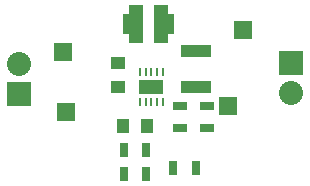
<source format=gbr>
G04 #@! TF.FileFunction,Soldermask,Top*
%FSLAX46Y46*%
G04 Gerber Fmt 4.6, Leading zero omitted, Abs format (unit mm)*
G04 Created by KiCad (PCBNEW 0.201508060901+6055~28~ubuntu14.04.1-product) date Wed 12 Aug 2015 10:53:55 PM EDT*
%MOMM*%
G01*
G04 APERTURE LIST*
%ADD10C,0.100000*%
%ADD11R,1.250000X1.000000*%
%ADD12R,2.500000X1.000000*%
%ADD13R,1.000000X1.250000*%
%ADD14R,2.032000X2.032000*%
%ADD15O,2.032000X2.032000*%
%ADD16R,1.501140X1.501140*%
%ADD17R,1.300000X0.700000*%
%ADD18R,0.700000X1.300000*%
%ADD19O,0.230000X0.800000*%
%ADD20R,2.000000X1.200000*%
%ADD21C,0.500000*%
%ADD22R,1.150000X3.300000*%
%ADD23R,0.500000X1.800000*%
G04 APERTURE END LIST*
D10*
D11*
X166370000Y-112538000D03*
X166370000Y-114538000D03*
D12*
X172966000Y-111535000D03*
X172966000Y-114535000D03*
D13*
X168759000Y-117861000D03*
X166759000Y-117861000D03*
D14*
X157980000Y-115194000D03*
D15*
X157980000Y-112654000D03*
D14*
X180975000Y-112522000D03*
D15*
X180975000Y-115062000D03*
D16*
X161663000Y-111638000D03*
X161917000Y-116718000D03*
X175641000Y-116205000D03*
X176903000Y-109733000D03*
D17*
X173863000Y-118044000D03*
X173863000Y-116144000D03*
X171577000Y-116144000D03*
X171577000Y-118044000D03*
D18*
X171000000Y-121417000D03*
X172900000Y-121417000D03*
X166809000Y-121925000D03*
X168709000Y-121925000D03*
X166809000Y-119893000D03*
X168709000Y-119893000D03*
D19*
X170164000Y-113279000D03*
X169664000Y-113279000D03*
X169164000Y-113279000D03*
X168664000Y-113279000D03*
X168164000Y-113279000D03*
X168164000Y-115829000D03*
X168664000Y-115829000D03*
X169164000Y-115829000D03*
X169664000Y-115829000D03*
X170164000Y-115829000D03*
D20*
X169164000Y-114554000D03*
D21*
X169864000Y-114854000D03*
X169164000Y-114554000D03*
X168464000Y-114854000D03*
X168464000Y-114254000D03*
X169864000Y-114254000D03*
D22*
X167835000Y-109220000D03*
X169985000Y-109220000D03*
D23*
X167010000Y-109220000D03*
X170810000Y-109220000D03*
M02*

</source>
